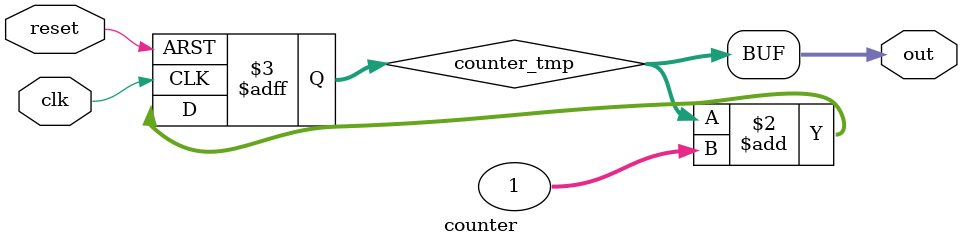
<source format=v>


module counter(
  input wire clk,
  input wire reset,
  output [127:0] out,
);
  reg [127:0] counter_tmp;
  always @ (posedge clk or posedge reset) begin
    if (reset) begin
      counter_tmp <= 0;
    end else begin
      counter_tmp <= counter_tmp + 1;
    end
  end

  assign out = counter_tmp;

endmodule

</source>
